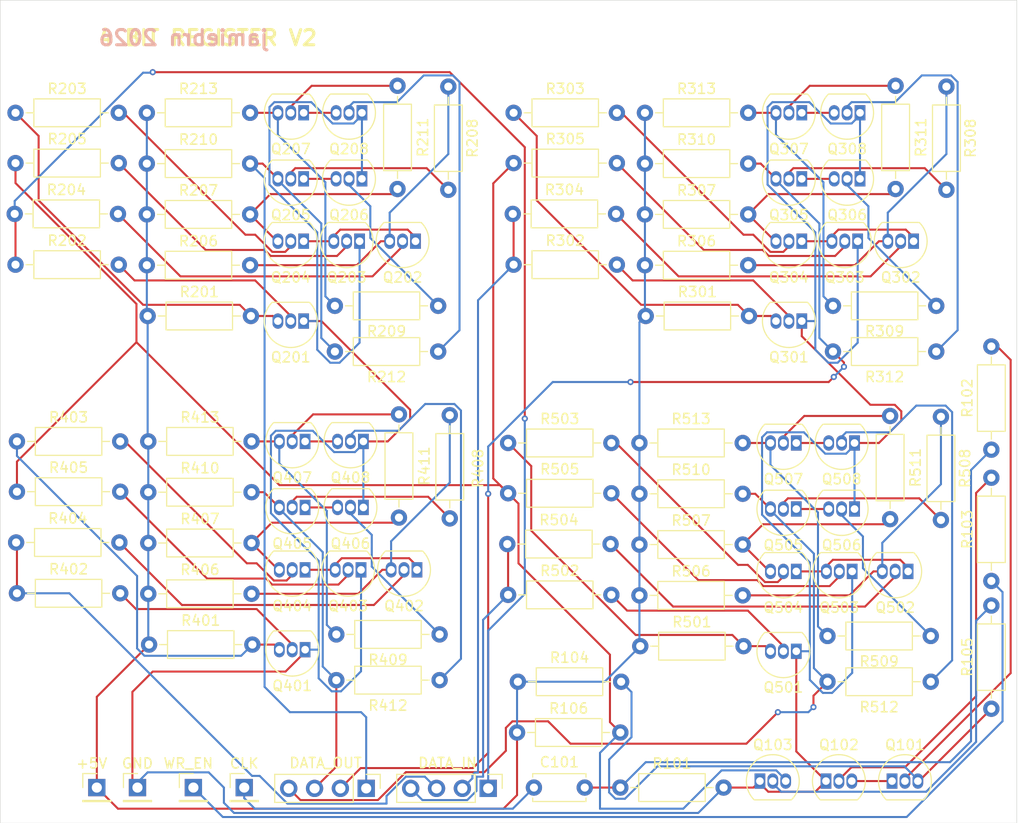
<source format=kicad_pcb>
(kicad_pcb (version 20241229) (generator "pcbnew") (generator_version "9.0")
  (layers (0 "F.Cu" signal) (2 "B.Cu" signal) (13 "F.Paste" user) (15 "B.Paste" user) (5 "F.SilkS" user "F.Silkscreen") (7 "B.SilkS" user "B.Silkscreen") (1 "F.Mask" user) (3 "B.Mask" user) (25 "Edge.Cuts" user))
  (net 0 "")
  (net 1 "Net-(C101-Pad2)")
  (net 2 "Net-(J101-Pin_1)")
  (net 3 "/DFlipFlop3/D")
  (net 4 "/DFlipFlop2/D")
  (net 5 "/DFlipFlop1/D")
  (net 6 "/DFlipFlop/D")
  (net 7 "/DFlipFlop3/Q")
  (net 8 "/DFlipFlop2/Q")
  (net 9 "/DFlipFlop/Q")
  (net 10 "/DFlipFlop1/Q")
  (net 11 "Net-(J102-Pin_1)")
  (net 12 "Net-(Q101-E)")
  (net 13 "Net-(Q101-B)")
  (net 14 "Net-(Q101-C)")
  (net 15 "GND")
  (net 16 "Net-(Q102-B)")
  (net 17 "Net-(Q103-B)")
  (net 18 "Net-(Q201-B)")
  (net 19 "Net-(Q201-C)")
  (net 20 "Net-(Q202-E)")
  (net 21 "Net-(Q202-C)")
  (net 22 "Net-(Q202-B)")
  (net 23 "Net-(Q203-B)")
  (net 24 "Net-(Q204-B)")
  (net 25 "Net-(Q204-C)")
  (net 26 "Net-(Q205-B)")
  (net 27 "Net-(Q205-E)")
  (net 28 "Net-(Q206-B)")
  (net 29 "Net-(Q207-B)")
  (net 30 "Net-(Q207-C)")
  (net 31 "Net-(Q207-E)")
  (net 32 "Net-(Q208-B)")
  (net 33 "Net-(Q301-C)")
  (net 34 "Net-(Q301-B)")
  (net 35 "Net-(Q302-E)")
  (net 36 "Net-(Q302-C)")
  (net 37 "Net-(Q302-B)")
  (net 38 "Net-(Q303-B)")
  (net 39 "Net-(Q304-C)")
  (net 40 "Net-(Q304-B)")
  (net 41 "Net-(Q305-B)")
  (net 42 "Net-(Q305-E)")
  (net 43 "Net-(Q306-B)")
  (net 44 "Net-(Q307-B)")
  (net 45 "Net-(Q307-C)")
  (net 46 "Net-(Q307-E)")
  (net 47 "Net-(Q308-B)")
  (net 48 "Net-(Q401-B)")
  (net 49 "Net-(Q401-C)")
  (net 50 "Net-(Q402-E)")
  (net 51 "Net-(Q402-B)")
  (net 52 "Net-(Q402-C)")
  (net 53 "Net-(Q403-B)")
  (net 54 "Net-(Q404-B)")
  (net 55 "Net-(Q404-C)")
  (net 56 "Net-(Q405-E)")
  (net 57 "Net-(Q405-B)")
  (net 58 "Net-(Q406-B)")
  (net 59 "Net-(Q407-C)")
  (net 60 "Net-(Q407-E)")
  (net 61 "Net-(Q407-B)")
  (net 62 "Net-(Q408-B)")
  (net 63 "Net-(Q501-B)")
  (net 64 "Net-(Q501-C)")
  (net 65 "Net-(Q502-C)")
  (net 66 "Net-(Q502-B)")
  (net 67 "Net-(Q502-E)")
  (net 68 "Net-(Q503-B)")
  (net 69 "Net-(Q504-C)")
  (net 70 "Net-(Q504-B)")
  (net 71 "Net-(Q505-B)")
  (net 72 "Net-(Q505-E)")
  (net 73 "Net-(Q506-B)")
  (net 74 "Net-(Q507-B)")
  (net 75 "Net-(Q507-E)")
  (net 76 "Net-(Q507-C)")
  (net 77 "Net-(Q508-B)")
  (net 78 "WRITE_EN")
  (net 79 "+5V")
  (footprint "Resistor_THT:R_Axial_DIN0207_L6.3mm_D2.5mm_P10.16mm_Horizontal" (layer "F.Cu") (at 77.88 64)
    (property "Reference" "R510")
    (property "Value" "4700")
  )
  (footprint "Resistor_THT:R_Axial_DIN0207_L6.3mm_D2.5mm_P10.16mm_Horizontal" (layer "F.Cu") (at 65.42 36.45)
    (property "Reference" "R304")
    (property "Value" "10000")
  )
  (footprint "Resistor_THT:R_Axial_DIN0207_L6.3mm_D2.5mm_P10.16mm_Horizontal" (layer "F.Cu") (at 76 92.92)
    (property "Reference" "R101")
    (property "Value" "10000")
  )
  (footprint "Resistor_THT:R_Axial_DIN0207_L6.3mm_D2.5mm_P10.16mm_Horizontal" (layer "F.Cu") (at 47.92 45.5)
    (property "Reference" "R209")
    (property "Value" "10000")
  )
  (footprint "Resistor_THT:R_Axial_DIN0207_L6.3mm_D2.5mm_P10.16mm_Horizontal" (layer "F.Cu") (at 64.88 68.95)
    (property "Reference" "R504")
    (property "Value" "10000")
  )
  (footprint "Resistor_THT:R_Axial_DIN0207_L6.3mm_D2.5mm_P10.16mm_Horizontal" (layer "F.Cu") (at 47.92 50)
    (property "Reference" "R212")
    (property "Value" "10000")
  )
  (footprint "Resistor_THT:R_Axial_DIN0207_L6.3mm_D2.5mm_P10.16mm_Horizontal" (layer "F.Cu") (at 64.96 59)
    (property "Reference" "R503")
    (property "Value" "10000")
  )
  (footprint "Package_TO_SOT_THT:TO-92_Inline" (layer "F.Cu") (at 44.992 71.485 180)
    (property "Reference" "Q404")
    (property "Value" "2N3904")
  )
  (footprint "Connector_PinHeader_2.54mm:PinHeader_1x01_P2.54mm_Vertical" (layer "F.Cu") (at 39 92.92)
    (property "Reference" "CLK")
    (property "Value" "CLK")
  )
  (footprint "Package_TO_SOT_THT:TO-92_Inline" (layer "F.Cu") (at 50.58 33 180)
    (property "Reference" "Q206")
    (property "Value" "2N3904")
  )
  (footprint "Resistor_THT:R_Axial_DIN0207_L6.3mm_D2.5mm_P10.16mm_Horizontal" (layer "F.Cu") (at 59.08 23.92 -90)
    (property "Reference" "R208")
    (property "Value" "10000")
  )
  (footprint "Package_TO_SOT_THT:TO-92_Inline" (layer "F.Cu") (at 93.85 33 180)
    (property "Reference" "Q305")
    (property "Value" "2N3904")
  )
  (footprint "Resistor_THT:R_Axial_DIN0207_L6.3mm_D2.5mm_P10.16mm_Horizontal" (layer "F.Cu") (at 29.5 46.5)
    (property "Reference" "R201")
    (property "Value" "4700")
  )
  (footprint "Resistor_THT:R_Axial_DIN0207_L6.3mm_D2.5mm_P10.16mm_Horizontal" (layer "F.Cu") (at 112.5 59.66 90)
    (property "Reference" "R102")
    (property "Value" "10000")
  )
  (footprint "Connector_PinHeader_2.54mm:PinHeader_1x01_P2.54mm_Vertical" (layer "F.Cu") (at 34 92.92)
    (property "Reference" "WR_EN")
    (property "Value" "WRITE_EN")
  )
  (footprint "Package_TO_SOT_THT:TO-92_Inline" (layer "F.Cu") (at 93.31 59 180)
    (property "Reference" "Q507")
    (property "Value" "2N3904")
  )
  (footprint "Resistor_THT:R_Axial_DIN0207_L6.3mm_D2.5mm_P10.16mm_Horizontal" (layer "F.Cu") (at 78.42 36.5)
    (property "Reference" "R307")
    (property "Value" "4700")
  )
  (footprint "Resistor_THT:R_Axial_DIN0207_L6.3mm_D2.5mm_P10.16mm_Horizontal" (layer "F.Cu") (at 29.562 58.845)
    (property "Reference" "R413")
    (property "Value" "4700")
  )
  (footprint "Package_TO_SOT_THT:TO-92_Inline" (layer "F.Cu") (at 99.04 65.5 180)
    (property "Reference" "Q506")
    (property "Value" "2N3904")
  )
  (footprint "Resistor_THT:R_Axial_DIN0207_L6.3mm_D2.5mm_P10.16mm_Horizontal" (layer "F.Cu") (at 48.062 82.345)
    (property "Reference" "R412")
    (property "Value" "10000")
  )
  (footprint "Connector_PinHeader_2.54mm:PinHeader_1x04_P2.54mm_Vertical" (layer "F.Cu") (at 51 93 -90)
    (property "Reference" "DATA_OUT")
    (property "Value" "Conn_01x04_Pin" (hide yes))
  )
  (footprint "Resistor_THT:R_Axial_DIN0207_L6.3mm_D2.5mm_P10.16mm_Horizontal" (layer "F.Cu") (at 54.222 66.345 90)
    (property "Reference" "R411")
    (property "Value" "10000")
  )
  (footprint "MountingHole:MountingHole_3.2mm_M3" (layer "F.Cu") (at 111 92.42)
    (property "Reference" "REF**" (hide yes))
    (property "Value" "MountingHole_3.2mm_M3" (hide yes))
  )
  (footprint "Package_TO_SOT_THT:TO-92_Inline" (layer "F.Cu") (at 44.85 39.14 180)
    (property "Reference" "Q204")
    (property "Value" "2N3904")
  )
  (footprint "Resistor_THT:R_Axial_DIN0207_L6.3mm_D2.5mm_P10.16mm_Horizontal" (layer "F.Cu") (at 16.42 36.45)
    (property "Reference" "R204")
    (property "Value" "10000")
  )
  (footprint "Resistor_THT:R_Axial_DIN0207_L6.3mm_D2.5mm_P10.16mm_Horizontal" (layer "F.Cu") (at 65.5 31.45)
    (property "Reference" "R305")
    (property "Value" "10000")
  )
  (footprint "MountingHole:MountingHole_3.2mm_M3" (layer "F.Cu") (at 111 19.5)
    (property "Reference" "REF**" (hide yes))
    (property "Value" "MountingHole_3.2mm_M3" (hide yes))
  )
  (footprint "Resistor_THT:R_Axial_DIN0207_L6.3mm_D2.5mm_P10.16mm_Horizontal" (layer "F.Cu") (at 78.42 26.5)
    (property "Reference" "R313")
    (property "Value" "4700")
  )
  (footprint "Package_TO_SOT_THT:TO-92_Inline" (layer "F.Cu") (at 102.73 92.28)
    (property "Reference" "Q101")
    (property "Value" "2N3904")
  )
  (footprint "Resistor_THT:R_Axial_DIN0207_L6.3mm_D2.5mm_P10.16mm_Horizontal" (layer "F.Cu") (at 29.42 26.5)
    (property "Reference" "R213")
    (property "Value" "4700")
  )
  (footprint "Resistor_THT:R_Axial_DIN0207_L6.3mm_D2.5mm_P10.16mm_Horizontal" (layer "F.Cu") (at 78.5 46.5)
    (property "Reference" "R301")
    (property "Value" "4700")
  )
  (footprint "Resistor_THT:R_Axial_DIN0207_L6.3mm_D2.5mm_P10.16mm_Horizontal" (layer "F.Cu") (at 29.42 36.5)
    (property "Reference" "R207")
    (property "Value" "4700")
  )
  (footprint "Package_TO_SOT_THT:TO-92_Inline" (layer "F.Cu") (at 50.722 58.845 180)
    (property "Reference" "Q408")
    (property "Value" "2N3904")
  )
  (footprint "Package_TO_SOT_THT:TO-92_Inline" (layer "F.Cu") (at 44.85 26.5 180)
    (property "Reference" "Q207")
    (property "Value" "2N3904")
  )
  (footprint "Capacitor_THT:C_Disc_D5.0mm_W2.5mm_P5.00mm" (layer "F.Cu") (at 67.5 92.92)
    (property "Reference" "C101")
    (property "Value" "10nF")
  )
  (footprint "Resistor_THT:R_Axial_DIN0207_L6.3mm_D2.5mm_P10.16mm_Horizontal" (layer "F.Cu") (at 96.38 78)
    (property "Reference" "R509")
    (property "Value" "10000")
  )
  (footprint "Resistor_THT:R_Axial_DIN0207_L6.3mm_D2.5mm_P10.16mm_Horizontal" (layer "F.Cu") (at 107.54 56.42 -90)
    (property "Reference" "R508")
    (property "Value" "10000")
  )
  (footprint "Resistor_THT:R_Axial_DIN0207_L6.3mm_D2.5mm_P10.16mm_Horizontal" (layer "F.Cu") (at 29.562 73.845)
    (property "Reference" "R406")
    (property "Value" "4700")
  )
  (footprint "Package_TO_SOT_THT:TO-92_Inline" (layer "F.Cu") (at 44.85 33 180)
    (property "Reference" "Q205")
    (property "Value" "2N3904")
  )
  (footprint "Resistor_THT:R_Axial_DIN0207_L6.3mm_D2.5mm_P10.16mm_Horizontal" (layer "F.Cu") (at 29.562 63.845)
    (property "Reference" "R410")
    (property "Value" "4700")
  )
  (footprint "Resistor_THT:R_Axial_DIN0207_L6.3mm_D2.5mm_P10.16mm_Horizontal" (layer "F.Cu") (at 77.88 59)
    (property "Reference" "R513")
    (property "Value" "4700")
  )
  (footprint "Package_TO_SOT_THT:TO-92_Inline" (layer "F.Cu") (at 104.85 39.14 180)
    (property "Reference" "Q302")
    (property "Value" "2N3904")
  )
  (footprint "Resistor_THT:R_Axial_DIN0207_L6.3mm_D2.5mm_P10.16mm_Horizontal" (layer "F.Cu") (at 16.5 31.45)
    (property "Reference" "R205")
    (property "Value" "10000")
  )
  (footprint "Resistor_THT:R_Axial_DIN0207_L6.3mm_D2.5mm_P10.16mm_Horizontal" (layer "F.Cu") (at 48.062 77.845)
    (property "Reference" "R409")
    (property "Value" "10000")
  )
  (footprint "Package_TO_SOT_THT:TO-92_Inline" (layer "F.Cu") (at 99.35 39.14 180)
    (property "Reference" "Q303")
    (property "Value" "2N3904")
  )
  (footprint "Resistor_THT:R_Axial_DIN0207_L6.3mm_D2.5mm_P10.16mm_Horizontal" (layer "F.Cu") (at 77.96 79)
    (property "Reference" "R501")
    (property "Value" "4700")
  )
  (footprint "Resistor_THT:R_Axial_DIN0207_L6.3mm_D2.5mm_P10.16mm_Horizontal" (layer "F.Cu") (at 96.38 82.5)
    (property "Reference" "R512")
    (property "Value" "10000")
  )
  (footprint "Package_TO_SOT_THT:TO-92_Inline" (layer "F.Cu") (at 89.73 92.28)
    (property "Reference" "Q103")
    (property "Value" "2N3904")
  )
  (footprint "MountingHole:MountingHole_3.2mm_M3" (layer "F.Cu") (at 19 19.5)
    (property "Reference" "REF**" (hide yes))
    (property "Value" "MountingHole_3.2mm_M3" (hide yes))
  )
  (footprint "Package_TO_SOT_THT:TO-92_Inline" (layer "F.Cu") (at 44.992 79.345 180)
    (property "Reference" "Q401")
    (property "Value" "2N3904")
  )
  (footprint "Resistor_THT:R_Axial_DIN0207_L6.3mm_D2.5mm_P10.16mm_Horizontal" (layer "F.Cu") (at 108.08 23.92 -90)
    (property "Reference" "R308")
    (property "Value" "10000")
  )
  (footprint "Package_TO_SOT_THT:TO-92_Inline" (layer "F.Cu") (at 50.492 71.485 180)
    (property "Reference" "Q403")
    (property "Value" "2N3904")
  )
  (footprint "Resistor_THT:R_Axial_DIN0207_L6.3mm_D2.5mm_P10.16mm_Horizontal" (layer "F.Cu") (at 65.84 87.5)
    (property "Reference" "R106")
    (property "Value" "4700")
  )
  (footprint "Resistor_THT:R_Axial_DIN0207_L6.3mm_D2.5mm_P10.16mm_Horizontal" (layer "F.Cu") (at 112.5 85.16 90)
    (property "Reference" "R105")
    (property "Value" "10000")
  )
  (footprint "Package_TO_SOT_THT:TO-92_Inline" (layer "F.Cu") (at 50.35 39.14 180)
    (property "Reference" "Q203")
    (property "Value" "2N3904")
  )
  (footprint "Resistor_THT:R_Axial_DIN0207_L6.3mm_D2.5mm_P10.16mm_Horizontal" (layer "F.Cu") (at 96.92 45.5)
    (property "Reference" "R309")
    (property "Value" "10000")
  )
  (footprint "Resistor_THT:R_Axial_DIN0207_L6.3mm_D2.5mm_P10.16mm_Horizontal" (layer "F.Cu") (at 65.5 41.45)
    (property "Reference" "R302")
    (property "Value" "10000")
  )
  (footprint "Resistor_THT:R_Axial_DIN0207_L6.3mm_D2.5mm_P10.16mm_Horizontal" (layer "F.Cu") (at 96.92 50)
    (property "Reference" "R312")
    (property "Value" "10000")
  )
  (footprint "Resistor_THT:R_Axial_DIN0207_L6.3mm_D2.5mm_P10.16mm_Horizontal" (layer "F.Cu") (at 64.96 73.95)
    (property "Reference" "R502")
    (property "Value" "10000")
  )
  (footprint "Resistor_THT:R_Axial_DIN0207_L6.3mm_D2.5mm_P10.16mm_Horizontal" (layer "F.Cu") (at 77.88 74)
    (property "Reference" "R506")
    (property "Value" "4700")
  )
  (footprint "Package_TO_SOT_THT:TO-92_Inline" (layer "F.Cu") (at 93.85 26.5 180)
    (property "Reference" "Q307")
    (property "Value" "2N3904")
  )
  (footprint "Resistor_THT:R_Axial_DIN0207_L6.3mm_D2.5mm_P10.16mm_Horizontal" (layer "F.Cu") (at 16.562 68.795)
    (property "Reference" "R404")
    (property "Value" "10000")
  )
  (footprint "Package_TO_SOT_THT:TO-92_Inline" (layer "F.Cu") (at 44.85 47 180)
    (property "Reference" "Q201")
    (property "Value" "2N3904")
  )
  (footprint "Package_TO_SOT_THT:TO-92_Inline" (layer "F.Cu") (at 99.58 33 180)
    (property "Reference" "Q306")
    (property "Value" "2N3904")
  )
  (footprint "Connector_PinHeader_2.54mm:PinHeader_1x01_P2.54mm_Vertical" (layer "F.Cu") (at 28.5 92.92)
    (property "Reference" "GND")
    (property "Value" "CLK" (hide yes))
  )
  (footprint "Resistor_THT:R_Axial_DIN0207_L6.3mm_D2.5mm_P10.16mm_Horizontal" (layer "F.Cu") (at 102.54 66.5 90)
    (property "Reference" "R511")
    (property "Value" "10000")
  )
  (footprint "Package_TO_SOT_THT:TO-92_Inline" (layer "F.Cu") (at 93.31 65.5 180)
    (property "Reference" "Q505")
    (property "Value" "2N3904")
  )
  (footprint "Connector_PinHeader_2.54mm:PinHeader_1x04_P2.54mm_Vertical" (layer "F.Cu") (at 63 93 -90)
    (property "Reference" "DATA_IN")
    (property "Value" "Conn_01x04_Pin" (hide yes))
  )
  (footprint "MountingHole:MountingHole_3.2mm_M3" (layer "F.Cu") (at 19 92.42)
    (property "Reference" "REF**" (hide yes))
    (property "Value" "MountingHole_3.2mm_M3" (hide yes))
  )
  (footprint "Package_TO_SOT_THT:TO-92_Inline" (layer "F.Cu") (at 99.58 26.5 180)
    (property "Reference" "Q308")
    (property "Value" "2N3904")
  )
  (footprint "Package_TO_SOT_THT:TO-92_Inline" (layer "F.Cu") (at 96.23 92.28)
    (property "Reference" "Q102")
    (property "Value" "2N3904")
  )
  (footprint "Resistor_THT:R_Axial_DIN0207_L6.3mm_D2.5mm_P10.16mm_Horizontal" (layer "F.Cu") (at 29.42 41.5)
    (property "Reference" "R206")
    (property "Value" "4700")
  )
  (footprint "Package_TO_SOT_THT:TO-92_Inline" (layer "F.Cu") (at 50.722 65.345 180)
    (property "Reference" "Q406")
    (property "Value" "2N3904")
  )
  (footprint "Resistor_THT:R_Axial_DIN0207_L6.3mm_D2.5mm_P10.16mm_Horizontal" (layer "F.Cu") (at 16.642 58.845)
    (property "Reference" "R403")
    (property "Value" "10000")
  )
  (footprint "Package_TO_SOT_THT:TO-92_Inline" (layer "F.Cu") (at 99.04 59 180)
    (property "Reference" "Q508")
    (property "Value" "2N3904")
  )
  (footprint "Package_TO_SOT_THT:TO-92_Inline" (layer "F.Cu") (at 98.81 71.64 180)
    (property "Reference" "Q503")
    (property "Value" "2N3904")
  )
  (footprint "Resistor_THT:R_Axial_DIN0207_L6.3mm_D2.5mm_P10.16mm_Horizontal" (layer "F.Cu") (at 29.562 68.845)
    (property "Reference" "R407")
    (property "Value" "4700")
  )
  (footprint "Package_TO_SOT_THT:TO-92_Inline" (layer "F.Cu") (at 55.992 71.485 180)
    (property "Reference" "Q402")
    (property "Value" "2N3904")
  )
  (footprint "Package_TO_SOT_THT:TO-92_Inline" (layer "F.Cu") (at 104.31 71.64 180)
    (property "Reference" "Q502")
    (property "Value" "2N3904")
  )
  (footprint "Package_TO_SOT_THT:TO-92_Inline" (layer "F.Cu") (at 44.992 58.845 180)
    (property "Reference" "Q407")
    (property "Value" "2N3904")
  )
  (footprint "Package_TO_SOT_THT:TO-92_Inline" (layer "F.Cu") (at 93.85 47 180)
    (property "Reference" "Q301")
    (property "Value" "2N3904")
  )
  (footprint "Package_TO_SOT_THT:TO-92_Inline" (layer "F.Cu") (at 55.85 39.14 180)
    (property "Reference" "Q202")
    (property "Value" "2N3904")
  )
  (footprint "Resistor_THT:R_Axial_DIN0207_L6.3mm_D2.5mm_P10.16mm_Horizontal" (layer "F.Cu") (at 65.5 26.5)
    (property "Reference" "R303")
    (property "Value" "10000")
  )
  (footprint "Resistor_THT:R_Axial_DIN0207_L6.3mm_D2.5mm_P10.16mm_Horizontal" (layer "F.Cu") (at 112.5 72.58 90)
    (property "Reference" "R103")
    (property "Value" "10000")
  )
  (footprint "Resistor_THT:R_Axial_DIN0207_L6.3mm_D2.5mm_P10.16mm_Horizontal" (layer "F.Cu") (at 78.42 41.5)
    (property "Reference" "R306")
    (property "Value" "4700")
  )
  (footprint "Resistor_THT:R_Axial_DIN0207_L6.3mm_D2.5mm_P10.16mm_Horizontal" (layer "F.Cu") (at 16.5 41.45)
    (property "Reference" "R202")
    (property "Value" "10000")
  )
  (footprint "Resistor_THT:R_Axial_DIN0207_L6.3mm_D2.5mm_P10.16mm_Horizontal" (layer "F.Cu") (at 16.5 26.5)
    (property "Reference" "R203")
    (property "Value" "10000")
  )
  (footprint "Package_TO_SOT_THT:TO-92_Inline" (layer "F.Cu") (at 50.58 26.5 180)
    (property "Reference" "Q208")
    (property "Value" "2N3904")
  )
  (footprint "Resistor_THT:R_Axial_DIN0207_L6.3mm_D2.5mm_P10.16mm_Horizontal" (layer "F.Cu") (at 103.08 34 90)
    (property "Reference" "R311")
    (property "Value" "10000")
  )
  (footprint "Connector_PinHeader_2.54mm:PinHeader_1x01_P2.54mm_Vertical" (layer "F.Cu") (at 24.5 92.92)
    (property "Reference" "+5V")
    (property "Value" "WRITE_EN" (hide yes))
  )
  (footprint "Resistor_THT:R_Axial_DIN0207_L6.3mm_D2.5mm_P10.16mm_Horizontal" (layer "F.Cu") (at 64.96 63.95)
    (property "Reference" "R505")
    (property "Value" "10000")
  )
  (footprint "Resistor_THT:R_Axial_DIN0207_L6.3mm_D2.5mm_P10.16mm_Horizontal" (layer "F.Cu") (at 29.642 78.845)
    (property "Reference" "R401")
    (property "Value" "4700")
  )
  (footprint "Package_TO_SOT_THT:TO-92_Inline" (layer "F.Cu") (at 93.31 71.64 180)
    (property "Reference" "Q504")
    (property "Value" "2N3904")
  )
  (footprint "Resistor_THT:R_Axial_DIN0207_L6.3mm_D2.5mm_P10.16mm_Horizontal" (layer "F.Cu") (at 65.92 82.5)
    (property "Reference" "R104")
    (property "Value" "4700")
  )
  (footprint "Resistor_THT:R_Axial_DIN0207_L6.3mm_D2.5mm_P10.16mm_Horizontal" (layer "F.Cu") (at 77.88 69)
    (property "Reference" "R507")
    (property "Value" "4700")
  )
  (footprint "Resistor_THT:R_Axial_DIN0207_L6.3mm_D2.5mm_P10.16mm_Horizontal" (layer "F.Cu") (at 54.08 34 90)
    (property "Reference" "R211")
    (property "Value" "10000")
  )
  (footprint "Resistor_THT:R_Axial_DIN0207_L6.3mm_D2.5mm_P10.16mm_Horizontal" (layer "F.Cu") (at 59.222 56.265 -90)
    (property "Reference" "R408")
    (property "Value" "10000")
  )
  (footprint "Package_TO_SOT_THT:TO-92_Inline" (layer "F.Cu") (at 93.31 79.5 180)
    (property "Reference" "Q501")
    (property "Value" "2N3904")
  )
  (footprint "Resistor_THT:R_Axial_DIN0207_L6.3mm_D2.5mm_P10.16mm_Horizontal" (layer "F.Cu") (at 78.42 31.5)
    (property "Reference" "R310")
    (property "Value" "4700")
  )
  (footprint "Package_TO_SOT_THT:TO-92_Inline" (layer "F.Cu") (at 44.992 65.345 180)
    (property "Reference" "Q405")
    (property "Value" "2N3904")
  )
  (footprint "Package_TO_SOT_THT:TO-92_Inline" (layer "F.Cu") (at 93.85 39.14 180)
    (property "Reference" "Q304")
    (property "Value" "2N3904")
  )
  (footprint "Resistor_THT:R_Axial_DIN0207_L6.3mm_D2.5mm_P10.16mm_Horizontal" (layer "F.Cu") (at 29.42 31.5)
    (property "Reference" "R210")
    (property "Value" "4700")
  )
  (footprint "Resistor_THT:R_Axial_DIN0207_L6.3mm_D2.5mm_P10.16mm_Horizontal" (layer "F.Cu") (at 16.642 73.795)
    (property "Reference" "R402")
    (property "Value" "10000")
  )
  (footprint "Resistor_THT:R_Axial_DIN0207_L6.3mm_D2.5mm_P10.16mm_Horizontal" (layer "F.Cu") (at 16.642 63.795)
    (property "Reference" "R405")
    (property "Value" "10000")
  )
  (gr_rect (start 15 15.42) (end 115 96.42) (stroke (width 0.05)) (fill no) (layer "Edge.Cuts"))
  (gr_text "4 BIT REGISTER V2" (at 24.5 20 0) (layer "F.SilkS") (effects (font (size 1.5 1.5) (thickness 0.3) (bold yes)) (justify left bottom)))
  (gr_text "jamiebrn 2026" (at 41.5 20 0) (layer "B.SilkS") (effects (font (size 1.5 1.5) (thickness 0.3) (bold yes)) (justify left bottom mirror)))
  (segment (start 72.5 92.92) (end 76 92.92) (width 0.2) (layer "F.Cu") (net 1))
  (segment (start 110.5 88.3529) (end 108.4329 90.42) (width 0.2) (layer "B.Cu") (net 1))
  (segment (start 112.5 59.66) (end 110.5 61.66) (width 0.2) (layer "B.Cu") (net 1))
  (segment (start 78.5 90.42) (end 76 92.92) (width 0.2) (layer "B.Cu") (net 1))
  (segment (start 110.5 61.66) (end 110.5 88.3529) (width 0.2) (layer "B.Cu") (net 1))
  (segment (start 108.4329 90.42) (end 78.5 90.42) (width 0.2) (layer "B.Cu") (net 1))
  (segment (start 68 92.92) (end 68 93.42) (width 0.2) (layer "F.Cu") (net 2))
  (segment (start 67.5 92.92) (end 65.42 95) (width 0.2) (layer "B.Cu") (net 2))
  (segment (start 39 93.96) (end 39 92.92) (width 0.2) (layer "B.Cu") (net 2))
  (segment (start 40.04 95) (end 39 93.96) (width 0.2) (layer "B.Cu") (net 2))
  (segment (start 65.42 95) (end 40.04 95) (width 0.2) (layer "B.Cu") (net 2))
  (segment (start 64.96 73.95) (end 64.96 69.03) (width 0.2) (layer "F.Cu") (net 3))
  (segment (start 61.849 91.849) (end 62.5 91.849) (width 0.2) (layer "B.Cu") (net 3))
  (segment (start 56.531 94.151) (end 60.93676 94.151) (width 0.2) (layer "B.Cu") (net 3))
  (segment (start 60.93676 94.151) (end 61.849 93.23876) (width 0.2) (layer "B.Cu") (net 3))
  (segment (start 61.849 93.23876) (end 61.849 91.849) (width 0.2) (layer "B.Cu") (net 3))
  (segment (start 62.5 76.41) (end 64.96 73.95) (width 0.2) (layer "B.Cu") (net 3))
  (segment (start 62.5 91.849) (end 62.5 76.41) (width 0.2) (layer "B.Cu") (net 3))
  (segment (start 55.38 93) (end 56.531 94.151) (width 0.2) (layer "B.Cu") (net 3))
  (segment (start 16.642 73.795) (end 16.642 68.875) (width 0.2) (layer "F.Cu") (net 4))
  (segment (start 16.642 68.875) (end 16.562 68.795) (width 0.2) (layer "F.Cu") (net 4))
  (segment (start 40.52124 91.769) (end 39.769 91.769) (width 0.2) (layer "B.Cu") (net 4))
  (segment (start 53 94.5) (end 43.25224 94.5) (width 0.2) (layer "B.Cu") (net 4))
  (segment (start 56.769 91.849) (end 54.90324 91.849) (width 0.2) (layer "B.Cu") (net 4))
  (segment (start 39.769 91.769) (end 21.795 73.795) (width 0.2) (layer "B.Cu") (net 4))
  (segment (start 54.90324 91.849) (end 53 93.75224) (width 0.2) (layer "B.Cu") (net 4))
  (segment (start 43.25224 94.5) (end 40.52124 91.769) (width 0.2) (layer "B.Cu") (net 4))
  (segment (start 21.795 73.795) (end 16.642 73.795) (width 0.2) (layer "B.Cu") (net 4))
  (segment (start 53 93.75224) (end 53 94.5) (width 0.2) (layer "B.Cu") (net 4))
  (segment (start 57.92 93) (end 56.769 91.849) (width 0.2) (layer "B.Cu") (net 4))
  (segment (start 65.5 36.53) (end 65.42 36.45) (width 0.2) (layer "F.Cu") (net 5))
  (segment (start 65.5 41.45) (end 65.5 36.53) (width 0.2) (layer "F.Cu") (net 5))
  (segment (start 61.448 92.012) (end 61.448 91.6829) (width 0.2) (layer "B.Cu") (net 5))
  (segment (start 60.46 93) (end 61.448 92.012) (width 0.2) (layer "B.Cu") (net 5))
  (segment (start 61.448 91.6829) (end 61.6829 91.448) (width 0.2) (layer "B.Cu") (net 5))
  (segment (start 61.6829 91.448) (end 62 91.448) (width 0.2) (layer "B.Cu") (net 5))
  (segment (start 62 44.95) (end 65.5 41.45) (width 0.2) (layer "B.Cu") (net 5))
  (segment (start 62 91.448) (end 62 44.95) (width 0.2) (layer "B.Cu") (net 5))
  (segment (start 16.5 36.53) (end 16.42 36.45) (width 0.2) (layer "F.Cu") (net 6))
  (segment (start 66.601 56.601) (end 66.601 29.88395) (width 0.2) (layer "F.Cu") (net 6))
  (segment (start 16.5 41.45) (end 16.5 36.53) (width 0.2) (layer "F.Cu") (net 6))
  (segment (start 66.601 29.88395) (end 59.21705 22.5) (width 0.2) (layer "F.Cu") (net 6))
  (segment (start 59.21705 22.5) (end 30 22.5) (width 0.2) (layer "F.Cu") (net 6))
  (via (at 30 22.5) (size 0.6) (drill 0.3) (layers "F.Cu" "B.Cu") (net 6))
  (via (at 66.601 56.601) (size 0.6) (drill 0.3) (layers "F.Cu" "B.Cu") (net 6))
  (segment (start 29.051475 22.551475) (end 16.42 35.18295) (width 0.2) (layer "B.Cu") (net 6))
  (segment (start 29.051475 22.551475) (end 29.948525 22.551475) (width 0.2) (layer "B.Cu") (net 6))
  (segment (start 63 77.46705) (end 63 93) (width 0.2) (layer "B.Cu") (net 6))
  (segment (start 16.42 35.18295) (end 16.42 36.45) (width 0.2) (layer "B.Cu") (net 6))
  (segment (start 66.601 73.86605) (end 63 77.46705) (width 0.2) (layer "B.Cu") (net 6))
  (segment (start 66.601 56.601) (end 66.601 73.86605) (width 0.2) (layer "B.Cu") (net 6))
  (segment (start 29.948525 22.551475) (end 30 22.5) (width 0.2) (layer "B.Cu") (net 6))
  (segment (start 88.399 88.601) (end 91.5 85.5) (width 0.2) (layer "F.Cu") (net 7))
  (segment (start 95 83.88) (end 96.38 82.5) (width 0.2) (layer "F.Cu") (net 7))
  (segment (start 64.739 89.301) (end 64.739 87.04395) (width 0.2) (layer "F.Cu") (net 7))
  (segment (start 52.151 94.151) (end 54.901 91.401) (width 0.2) (layer "F.Cu") (net 7))
  (segment (start 68.899 86.399) (end 69 86.5) (width 0.2) (layer "F.Cu") (net 7))
  (segment (start 95 85) (end 95 83.88) (width 0.2) (layer "F.Cu") (net 7))
  (segment (start 71.101 88.601) (end 88.399 88.601) (width 0.2) (layer "F.Cu") (net 7))
  (segment (start 43.38 93) (end 44.531 94.151) (width 0.2) (layer "F.Cu") (net 7))
  (segment (start 44.531 94.151) (end 52.151 94.151) (width 0.2) (layer "F.Cu") (net 7))
  (segment (start 88.04 64) (end 89.27 64) (width 0.2) (layer "F.Cu") (net 7))
  (segment (start 89.27 64) (end 90.77 65.5) (width 0.2) (layer "F.Cu") (net 7))
  (segment (start 64.739 87.04395) (end 65.38395 86.399) (width 0.2) (layer "F.Cu") (net 7))
  (segment (start 65.38395 86.399) (end 68.899 86.399) (width 0.2) (layer "F.Cu") (net 7))
  (segment (start 62.639 91.401) (end 64.739 89.301) (width 0.2) (layer "F.Cu") (net 7))
  (segment (start 69 86.5) (end 71.101 88.601) (width 0.2) (layer "F.Cu") (net 7))
  (segment (start 54.901 91.401) (end 62.639 91.401) (width 0.2) (layer "F.Cu") (net 7))
  (via (at 91.5 85.5) (size 0.6) (drill 0.3) (layers "F.Cu" "B.Cu") (net 7))
  (via (at 95 85) (size 0.6) (drill 0.3) (layers "F.Cu" "B.Cu") (net 7))
  (segment (start 95.043 81.163) (end 95.043 69.89614) (width 0.2) (layer "B.Cu") (net 7))
  (segment (start 96.38 82.5) (end 95.043 81.163) (width 0.2) (layer "B.Cu") (net 7))
  (segment (start 90.77 65.62314) (end 90.77 65.5) (width 0.2) (layer "B.Cu") (net 7))
  (segment (start 94.5 85.5) (end 95 85) (width 0.2) (layer "B.Cu") (net 7))
  (segment (start 91.5 85.5) (end 94.5 85.5) (width 0.2) (layer "B.Cu") (net 7))
  (segment (start 95.043 69.89614) (end 90.77 65.62314) (width 0.2) (layer "B.Cu") (net 7))
  (segment (start 45.92 93) (end 48.062 90.858) (width 0.2) (layer "F.Cu") (net 8))
  (segment (start 39.722 63.845) (end 40.952 63.845) (width 0.2) (layer "F.Cu") (net 8))
  (segment (start 48.062 90.858) (end 48.062 82.345) (width 0.2) (layer "F.Cu") (net 8))
  (segment (start 40.952 63.845) (end 42.452 65.345) (width 0.2) (layer "F.Cu") (net 8))
  (segment (start 46.725 69.74114) (end 42.452 65.46814) (width 0.2) (layer "B.Cu") (net 8))
  (segment (start 48.062 82.345) (end 46.725 81.008) (width 0.2) (layer "B.Cu") (net 8))
  (segment (start 42.452 65.46814) (end 42.452 65.345) (width 0.2) (layer "B.Cu") (net 8))
  (segment (start 46.725 81.008) (end 46.725 69.74114) (width 0.2) (layer "B.Cu") (net 8))
  (segment (start 40.81 31.5) (end 42.31 33) (width 0.2) (layer "F.Cu") (net 9))
  (segment (start 39.58 31.5) (end 40.81 31.5) (width 0.2) (layer "F.Cu") (net 9))
  (segment (start 51 86) (end 51 93) (width 0.2) (layer "B.Cu") (net 9))
  (segment (start 41.002 32.922) (end 39.58 31.5) (width 0.2) (layer "B.Cu") (net 9))
  (segment (start 47.92 50) (end 46.583 48.663) (width 0.2) (layer "B.Cu") (net 9))
  (segment (start 43.5 85.5) (end 41.002 83.002) (width 0.2) (layer "B.Cu") (net 9))
  (segment (start 46.583 37.39614) (end 42.31 33.12314) (width 0.2) (layer "B.Cu") (net 9))
  (segment (start 46.583 48.663) (end 46.583 37.39614) (width 0.2) (layer "B.Cu") (net 9))
  (segment (start 42.31 33.12314) (end 42.31 33) (width 0.2) (layer "B.Cu") (net 9))
  (segment (start 41.002 83.002) (end 41.002 32.922) (width 0.2) (layer "B.Cu") (net 9))
  (segment (start 50.5 85.5) (end 43.5 85.5) (width 0.2) (layer "B.Cu") (net 9))
  (segment (start 50.5 85.5) (end 51 86) (width 0.2) (layer "B.Cu") (net 9))
  (segment (start 61.5 91) (end 63 89.5) (width 0.2) (layer "F.Cu") (net 10))
  (segment (start 48.46 93) (end 50.46 91) (width 0.2) (layer "F.Cu") (net 10))
  (segment (start 88.58 31.5) (end 89.81 31.5) (width 0.2) (layer "F.Cu") (net 10))
  (segment (start 98 51.5) (end 98 51.08) (width 0.2) (layer "F.Cu") (net 10))
  (segment (start 63 89.5) (end 63 64) (width 0.2) (layer "F.Cu") (net 10))
  (segment (start 77 53) (end 96.5 53) (width 0.2) (layer "F.Cu") (net 10))
  (segment (start 96.5 53) (end 97 52.5) (width 0.2) (layer "F.Cu") (net 10))
  (segment (start 98 51.08) (end 96.92 50) (width 0.2) (layer "F.Cu") (net 10))
  (segment (start 89.81 31.5) (end 91.31 33) (width 0.2) (layer "F.Cu") (net 10))
  (segment (start 50.46 91) (end 61.5 91) (width 0.2) (layer "F.Cu") (net 10))
  (via (at 77 53) (size 0.6) (drill 0.3) (layers "F.Cu" "B.Cu") (net 10))
  (via (at 98 51.5) (size 0.6) (drill 0.3) (layers "F.Cu" "B.Cu") (net 10))
  (via (at 97 52.5) (size 0.6) (drill 0.3) (layers "F.Cu" "B.Cu") (net 10))
  (via (at 63 64) (size 0.6) (drill 0.3) (layers "F.Cu" "B.Cu") (net 10))
  (segment (start 63 64) (end 63 59.352057) (width 0.2) (layer "B.Cu") (net 10))
  (segment (start 91.31 33.12314) (end 91.31 33) (width 0.2) (layer "B.Cu") (net 10))
  (segment (start 97 52.5) (end 98 51.5) (width 0.2) (layer "B.Cu") (net 10))
  (segment (start 95.583 48.663) (end 95.583 37.39614) (width 0.2) (layer "B.Cu") (net 10))
  (segment (start 95.583 37.39614) (end 91.31 33.12314) (width 0.2) (layer "B.Cu") (net 10))
  (segment (start 63 59.352057) (end 69.352057 53) (width 0.2) (layer "B.Cu") (net 10))
  (segment (start 96.92 50) (end 95.583 48.663) (width 0.2) (layer "B.Cu") (net 10))
  (segment (start 69.352057 53) (end 77 53) (width 0.2) (layer "B.Cu") (net 10))
  (segment (start 104.1681 95.819) (end 113.601 86.3861) (width 0.2) (layer "B.Cu") (net 11))
  (segment (start 113.601 73.681) (end 112.5 72.58) (width 0.2) (layer "B.Cu") (net 11))
  (segment (start 36.899 95.819) (end 104.1681 95.819) (width 0.2) (layer "B.Cu") (net 11))
  (segment (start 34 92.92) (end 36.899 95.819) (width 0.2) (layer "B.Cu") (net 11))
  (segment (start 113.601 86.3861) (end 113.601 73.681) (width 0.2) (layer "B.Cu") (net 11))
  (segment (start 98.77 92.28) (end 102.73 92.28) (width 0.2) (layer "F.Cu") (net 12))
  (segment (start 113.08 49.5) (end 112.5 49.5) (width 0.2) (layer "F.Cu") (net 13))
  (segment (start 114.399 81.656) (end 114.399 50.819) (width 0.2) (layer "F.Cu") (net 13))
  (segment (start 104 92.055) (end 114.399 81.656) (width 0.2) (layer "F.Cu") (net 13))
  (segment (start 104 92.28) (end 104 92.055) (width 0.2) (layer "F.Cu") (net 13))
  (segment (start 114.399 50.819) (end 113.08 49.5) (width 0.2) (layer "F.Cu") (net 13))
  (segment (start 105.38 92.28) (end 112.5 85.16) (width 0.2) (layer "F.Cu") (net 14))
  (segment (start 105.27 92.28) (end 105.38 92.28) (width 0.2) (layer "F.Cu") (net 14))
  (segment (start 75.521 94.021) (end 74.899 93.399) (width 0.2) (layer "B.Cu") (net 14))
  (segment (start 103.94114 90.828) (end 79.64905 90.828) (width 0.2) (layer "B.Cu") (net 14))
  (segment (start 105.27 92.28) (end 105.27 92.15686) (width 0.2) (layer "B.Cu") (net 14))
  (segment (start 77.101 83.521) (end 76.08 82.5) (width 0.2) (layer "B.Cu") (net 14))
  (segment (start 74.899 90.15805) (end 77.101 87.95605) (width 0.2) (layer "B.Cu") (net 14))
  (segment (start 79.64905 90.828) (end 76.45605 94.021) (width 0.2) (layer "B.Cu") (net 14))
  (segment (start 105.27 92.15686) (end 103.94114 90.828) (width 0.2) (layer "B.Cu") (net 14))
  (segment (start 76.45605 94.021) (end 75.521 94.021) (width 0.2) (layer "B.Cu") (net 14))
  (segment (start 74.899 93.399) (end 74.899 90.15805) (width 0.2) (layer "B.Cu") (net 14))
  (segment (start 77.101 87.95605) (end 77.101 83.521) (width 0.2) (layer "B.Cu") (net 14))
  (segment (start 90.556 93.331) (end 95.179 93.331) (width 0.2) (layer "F.Cu") (net 15))
  (segment (start 93.31 89.36) (end 96.23 92.28) (width 0.2) (layer "F.Cu") (net 15))
  (segment (start 93.85 48.48705) (end 100.60195 55.239) (width 0.2) (layer "F.Cu") (net 15))
  (segment (start 44.992 79.345) (end 44.992 79.57) (width 0.2) (layer "F.Cu") (net 15))
  (segment (start 93.31 79.5) (end 93.31 89.36) (width 0.2) (layer "F.Cu") (net 15))
  (segment (start 44.992 79.57) (end 43.062 81.5) (width 0.2) (layer "F.Cu") (net 15))
  (segment (start 89.73 92.505) (end 90.556 93.331) (width 0.2) (layer "F.Cu") (net 15))
  (segment (start 53.11905 58.845) (end 50.722 58.845) (width 0.2) (layer "F.Cu") (net 15))
  (segment (start 86.16 92.92) (end 89.09 92.92) (width 0.2) (layer "F.Cu") (net 15))
  (segment (start 103.641 56.79605) (end 101.43705 59) (width 0.2) (layer "F.Cu") (net 15))
  (segment (start 89.73 92.28) (end 89.73 92.505) (width 0.2) (layer "F.Cu") (net 15))
  (segment (start 100.60195 55.239) (end 102.99605 55.239) (width 0.2) (layer "F.Cu") (net 15))
  (segment (start 30 81.5) (end 28 83.5) (width 0.2) (layer "F.Cu") (net 15))
  (segment (start 44.85 47) (end 46.59405 47) (width 0.2) (layer "F.Cu") (net 15))
  (segment (start 55.323 55.72895) (end 55.323 56.64105) (width 0.2) (layer "F.Cu") (net 15))
  (segment (start 46.59405 47) (end 55.323 55.72895) (width 0.2) (layer "F.Cu") (net 15))
  (segment (start 102.99605 55.239) (end 103.641 55.88395) (width 0.2) (layer "F.Cu") (net 15))
  (segment (start 101.43705 59) (end 99.04 59) (width 0.2) (layer "F.Cu") (net 15))
  (segment (start 43.062 81.5) (end 30 81.5) (width 0.2) (layer "F.Cu") (net 15))
  (segment (start 28 83.5) (end 28 92.92) (width 0.2) (layer "F.Cu") (net 15))
  (segment (start 89.09 92.92) (end 89.73 92.28) (width 0.2) (layer "F.Cu") (net 15))
  (segment (start 95.179 93.331) (end 96.23 92.28) (width 0.2) (layer "F.Cu") (net 15))
  (segment (start 103.641 55.88395) (end 103.641 56.79605) (width 0.2) (layer "F.Cu") (net 15))
  (segment (start 93.85 47) (end 93.85 48.48705) (width 0.2) (layer "F.Cu") (net 15))
  (segment (start 55.323 56.64105) (end 53.11905 58.845) (width 0.2) (layer "F.Cu") (net 15))
  (segment (start 95.182 47) (end 95.182 38.26514) (width 0.2) (layer "B.Cu") (net 15))
  (segment (start 93.31 79.5) (end 94.642 79.5) (width 0.2) (layer "B.Cu") (net 15))
  (segment (start 44.992 79.345) (end 46.324 79.345) (width 0.2) (layer "B.Cu") (net 15))
  (segment (start 95.182 38.26514) (end 90.484 33.56714) (width 0.2) (layer "B.Cu") (net 15))
  (segment (start 48.37605 51.101) (end 47.46395 51.101) (width 0.2) (layer "B.Cu") (net 15))
  (segment (start 47.83986 59.896) (end 49.896 59.896) (width 0.2) (layer "B.Cu") (net 15))
  (segment (start 46.324 79.345) (end 46.324 70.61014) (width 0.2) (layer "B.Cu") (net 15))
  (segment (start 94.05586 57.949) (end 96.15786 60.051) (width 0.2) (layer "B.Cu") (net 15))
  (segment (start 89.944 66.06714) (end 89.944 58.43286) (width 0.2) (layer "B.Cu") (net 15))
  (segment (start 95.92395 83.601) (end 94.642 82.31905) (width 0.2) (layer "B.Cu") (net 15))
  (segment (start 99.35 49.12705) (end 97.37605 51.101) (width 0.2) (layer "B.Cu") (net 15))
  (segment (start 47.60595 83.446) (end 46.324 82.16405) (width 0.2) (layer "B.Cu") (net 15))
  (segment (start 99.58 26.725) (end 99.58 26.5) (width 0.2) (layer "B.Cu") (net 15))
  (segment (start 94.642 70.76514) (end 89.944 66.06714) (width 0.2) (layer "B.Cu") (net 15))
  (segment (start 50.58 26.725) (end 50.58 26.5) (width 0.2) (layer "B.Cu") (net 15))
  (segment (start 37.998 95.418) (end 83.662 95.418) (width 0.2) (layer "B.Cu") (net 15))
  (segment (start 45.73786 57.794) (end 47.83986 59.896) (width 0.2) (layer "B.Cu") (net 15))
  (segment (start 46.182 47) (end 46.182 38.26514) (width 0.2) (layer "B.Cu") (net 15))
  (segment (start 41.484 33.56714) (end 41.484 25.93286) (width 0.2) (layer "B.Cu") (net 15))
  (segment (start 41.96786 25.449) (end 45.59586 25.449) (width 0.2) (layer "B.Cu") (net 15))
  (segment (start 46.324 82.16405) (end 46.324 79.345) (width 0.2) (layer "B.Cu") (net 15))
  (segment (start 94.59586 25.449) (end 96.69786 27.551) (width 0.2) (layer "B.Cu") (net 15))
  (segment (start 48.51805 83.446) (end 47.60595 83.446) (width 0.2) (layer "B.Cu") (net 15))
  (segment (start 28 92.92) (end 29.5 91.42) (width 0.2) (layer "B.Cu") (net 15))
  (segment (start 90.42786 57.949) (end 94.05586 57.949) (width 0.2) (layer "B.Cu") (net 15))
  (segment (start 96.83605 83.601) (end 95.92395 83.601) (width 0.2) (layer "B.Cu") (net 15))
  (segment (start 37 92.92) (end 37 94.42) (width 0.2) (layer "B.Cu") (net 15))
  (segment (start 47.69786 27.551) (end 49.754 27.551) (width 0.2) (layer "B.Cu") (net 15))
  (segment (start 90.484 33.56714) (end 90.484 25.93286) (width 0.2) (layer "B.Cu") (net 15))
  (segment (start 98.81 71.64) (end 98.81 81.62705) (width 0.2) (layer "B.Cu") (net 15))
  (segment (start 46.182 38.26514) (end 41.484 33.56714) (width 0.2) (layer "B.Cu") (net 15))
  (segment (start 47.46395 51.101) (end 46.182 49.81905) (width 0.2) (layer "B.Cu") (net 15))
  (segment (start 50.35 49.12705) (end 48.37605 51.101) (width 0.2) (layer "B.Cu") (net 15))
  (segment (start 93.85 47) (end 95.182 47) (width 0.2) (layer "B.Cu") (net 15))
  (segment (start 98.81 81.62705) (end 96.83605 83.601) (width 0.2) (layer "B.Cu") (net 15))
  (segment (start 29.5 91.42) (end 35.5 91.42) (width 0.2) (layer "B.Cu") (net 15))
  (segment (start 99.04 59.225) (end 99.04 59) (width 0.2) (layer "B.Cu") (net 15))
  (segment (start 46.324 70.61014) (end 41.626 65.91214) (width 0.2) (layer "B.Cu") (net 15))
  (segment (start 98.214 60.051) (end 99.04 59.225) (width 0.2) (layer "B.Cu") (net 15))
  (segment (start 50.722 58.845) (end 50.722 65.345) (width 0.2) (layer "B.Cu") (net 15))
  (segment (start 99.35 39.14) (end 99.35 49.12705) (width 0.2) (layer "B.Cu") (net 15))
  (segment (start 37 94.42) (end 37.998 95.418) (width 0.2) (layer "B.Cu") (net 15))
  (segment (start 49.896 59.896) (end 50.722 59.07) (width 0.2) (layer "B.Cu") (net 15))
  (segment (start 83.662 95.418) (end 86.16 92.92) (width 0.2) (layer "B.Cu") (net 15))
  (segment (start 96.15786 60.051) (end 98.214 60.051) (width 0.2) (layer "B.Cu") (net 15))
  (segment (start 97.37605 51.101) (end 96.46395 51.101) (width 0.2) (layer "B.Cu") (net 15))
  (segment (start 99.04 59) (end 99.04 65.5) (width 0.2) (layer "B.Cu") (net 15))
  (segment (start 46.182 49.81905) (end 46.182 47) (width 0.2) (layer "B.Cu") (net 15))
  (segment (start 41.626 58.27786) (end 42.10986 57.794) (width 0.2) (layer "B.Cu") (net 15))
  (segment (start 50.35 39.14) (end 50.35 49.12705) (width 0.2) (layer "B.Cu") (net 15))
  (segment (start 90.484 25.93286) (end 90.96786 25.449) (width 0.2) (layer "B.Cu") (net 15))
  (segment (start 89.944 58.43286) (end 90.42786 57.949) (width 0.2) (layer "B.Cu") (net 15))
  (segment (start 41.484 25.93286) (end 41.96786 25.449) (width 0.2) (layer "B.Cu") (net 15))
  (segment (start 44.85 47) (end 46.182 47) (width 0.2) (layer "B.Cu") (net 15))
  (segment (start 98.754 27.551) (end 99.58 26.725) (width 0.2) (layer "B.Cu") (net 15))
  (segment (start 49.754 27.551) (end 50.58 26.725) (width 0.2) (layer "B.Cu") (net 15))
  (segment (start 94.642 82.31905) (end 94.642 79.5) (width 0.2) (layer "B.Cu") (net 15))
  (segment (start 95.182 49.81905) (end 95.182 47) (width 0.2) (layer "B.Cu") (net 15))
  (segment (start 94.642 79.5) (end 94.642 70.76514) (width 0.2) (layer "B.Cu") (net 15))
  (segment (start 96.46395 51.101) (end 95.182 49.81905) (width 0.2) (layer "B.Cu") (net 15))
  (segment (start 50.492 71.485) (end 50.492 81.47205) (width 0.2) (layer "B.Cu") (net 15))
  (segment (start 50.58 26.5) (end 50.58 33) (width 0.2) (layer "B.Cu") (net 15))
  (segment (start 35.5 91.42) (end 37 92.92) (width 0.2) (layer "B.Cu") (net 15))
  (segment (start 45.59586 25.449) (end 47.69786 27.551) (width 0.2) (layer "B.Cu") (net 15))
  (segment (start 96.69786 27.551) (end 98.754 27.551) (width 0.2) (layer "B.Cu") (net 15))
  (segment (start 50.492 81.47205) (end 48.51805 83.446) (width 0.2) (layer "B.Cu") (net 15))
  (segment (start 41.626 65.91214) (end 41.626 58.27786) (width 0.2) (layer "B.Cu") (net 15))
  (segment (start 42.10986 57.794) (end 45.73786 57.794) (width 0.2) (layer "B.Cu") (net 15))
  (segment (start 99.58 26.5) (end 99.58 33) (width 0.2) (layer "B.Cu") (net 15))
  (segment (start 50.722 59.07) (end 50.722 58.845) (width 0.2) (layer "B.Cu") (net 15))
  (segment (start 90.96786 25.449) (end 94.59586 25.449) (width 0.2) (layer "B.Cu") (net 15))
  (segment (start 97.5 92.15686) (end 98.73686 90.92) (width 0.2) (layer "F.Cu") (net 16))
  (segment (start 97.5 92.28) (end 97.5 92.15686) (width 0.2) (layer "F.Cu") (net 16))
  (segment (start 111 83.92) (end 111 63.92) (width 0.2) (layer "F.Cu") (net 16))
  (segment (start 98.73686 90.92) (end 104 90.92) (width 0.2) (layer "F.Cu") (net 16))
  (segment (start 111 63.92) (end 112.5 62.42) (width 0.2) (layer "F.Cu") (net 16))
  (segment (start 104 90.92) (end 111 83.92) (width 0.2) (layer "F.Cu") (net 16))
  (segment (start 91 92.505) (end 91.826 93.331) (width 0.2) (layer "B.Cu") (net 17))
  (segment (start 91.826 93.331) (end 106.089 93.331) (width 0.2) (layer "B.Cu") (net 17))
  (segment (start 111 76.5) (end 112.5 75) (width 0.2) (layer "B.Cu") (net 17))
  (segment (start 91 92.28) (end 91 92.505) (width 0.2) (layer "B.Cu") (net 17))
  (segment (start 106.089 93.331) (end 111 88.42) (width 0.2) (layer "B.Cu") (net 17))
  (segment (start 111 88.42) (end 111 76.5) (width 0.2) (layer "B.Cu") (net 17))
  (segment (start 28.212 43.002) (end 40.082 43.002) (width 0.2) (layer "F.Cu") (net 18))
  (segment (start 26.66 41.45) (end 28.212 43.002) (width 0.2) (layer "F.Cu") (net 18))
  (segment (start 40.082 43.002) (end 43.58 46.5) (width 0.2) (layer "F.Cu") (net 18))
  (segment (start 43.58 46.5) (end 43.58 47) (width 0.2) (layer "F.Cu") (net 18))
  (segment (start 38.559 45.399) (end 39.66 46.5) (width 0.2) (layer "F.Cu") (net 19))
  (segment (start 18.77505 35.1221) (end 29.05195 45.399) (width 0.2) (layer "F.Cu") (net 19))
  (segment (start 18.77505 28.77505) (end 18.77505 35.1221) (width 0.2) (layer "F.Cu") (net 19))
  (segment (start 41.81 46.5) (end 42.31 47) (width 0.2) (layer "F.Cu") (net 19))
  (segment (start 16.5 26.5) (end 18.77505 28.77505) (width 0.2) (layer "F.Cu") (net 19))
  (segment (start 39.66 46.5) (end 41.81 46.5) (width 0.2) (layer "F.Cu") (net 19))
  (segment (start 29.05195 45.399) (end 38.559 45.399) (width 0.2) (layer "F.Cu") (net 19))
  (segment (start 47.81 38.64) (end 48.45 38) (width 0.2) (layer "F.Cu") (net 20))
  (segment (start 55.08 38) (end 55.85 38.77) (width 0.2) (layer "F.Cu") (net 20))
  (segment (start 55.85 38.77) (end 55.85 39.14) (width 0.2) (layer "F.Cu") (net 20))
  (segment (start 48.45 38) (end 55.08 38) (width 0.2) (layer "F.Cu") (net 20))
  (segment (start 44.85 39.14) (end 47.81 39.14) (width 0.2) (layer "F.Cu") (net 20))
  (segment (start 47.81 39.14) (end 47.81 38.64) (width 0.2) (layer "F.Cu") (net 20))
  (segment (start 50.08 41.5) (end 52.44 39.14) (width 0.2) (layer "F.Cu") (net 21))
  (segment (start 39.58 41.5) (end 50.08 41.5) (width 0.2) (layer "F.Cu") (net 21))
  (segment (start 52.44 39.14) (end 53.31 39.14) (width 0.2) (layer "F.Cu") (net 21))
  (segment (start 53.31 36.32705) (end 53.31 39.14) (width 0.2) (layer "B.Cu") (net 21))
  (segment (start 59.08 30.55705) (end 53.31 36.32705) (width 0.2) (layer "B.Cu") (net 21))
  (segment (start 59.08 23.92) (end 59.08 30.55705) (width 0.2) (layer "B.Cu") (net 21))
  (segment (start 51.619 42.601) (end 54.58 39.64) (width 0.2) (layer "F.Cu") (net 22))
  (segment (start 32.731 42.601) (end 51.619 42.601) (width 0.2) (layer "F.Cu") (net 22))
  (segment (start 54.58 39.64) (end 54.58 39.14) (width 0.2) (layer "F.Cu") (net 22))
  (segment (start 26.58 36.45) (end 32.731 42.601) (width 0.2) (layer "F.Cu") (net 22))
  (segment (start 41.6049 40.592) (end 48.128 40.592) (width 0.2) (layer "F.Cu") (net 23))
  (segment (start 48.128 40.592) (end 49.08 39.64) (width 0.2) (layer "F.Cu") (net 23))
  (segment (start 49.08 39.64) (end 49.08 39.14) (width 0.2) (layer "F.Cu") (net 23))
  (segment (start 35.21 40) (end 41.0129 40) (width 0.2) (layer "F.Cu") (net 23))
  (segment (start 26.66 31.45) (end 35.21 40) (width 0.2) (layer "F.Cu") (net 23))
  (segment (start 41.0129 40) (end 41.6049 40.592) (width 0.2) (layer "F.Cu") (net 23))
  (segment (start 43.58 39.64) (end 43.58 39.14) (width 0.2) (layer "F.Cu") (net 24))
  (segment (start 43.029 40.191) (end 43.58 39.64) (width 0.2) (layer "F.Cu") (net 24))
  (segment (start 41.771 40.191) (end 43.029 40.191) (width 0.2) (layer "F.Cu") (net 24))
  (segment (start 26.66 26.5) (end 27.12 26.5) (width 0.2) (layer "F.Cu") (net 24))
  (segment (start 27.12 26.5) (end 39.12 38.5) (width 0.2) (layer "F.Cu") (net 24))
  (segment (start 39.12 38.5) (end 40.08 38.5) (width 0.2) (layer "F.Cu") (net 24))
  (segment (start 40.08 38.5) (end 41.771 40.191) (width 0.2) (layer "F.Cu") (net 24))
  (segment (start 53.58 34.5) (end 41.58 34.5) (width 0.2) (layer "F.Cu") (net 25))
  (segment (start 42.22 39.14) (end 42.31 39.14) (width 0.2) (layer "F.Cu") (net 25))
  (segment (start 54.08 34) (end 53.58 34.5) (width 0.2) (layer "F.Cu") (net 25))
  (segment (start 41.58 34.5) (end 39.58 36.5) (width 0.2) (layer "F.Cu") (net 25))
  (segment (start 39.58 36.5) (end 42.22 39.14) (width 0.2) (layer "F.Cu") (net 25))
  (segment (start 43.58 32.393) (end 43.58 33) (width 0.2) (layer "F.Cu") (net 26))
  (segment (start 59.08 34.08) (end 56.949 31.949) (width 0.2) (layer "F.Cu") (net 26))
  (segment (start 44.024 31.949) (end 43.58 32.393) (width 0.2) (layer "F.Cu") (net 26))
  (segment (start 56.949 31.949) (end 44.024 31.949) (width 0.2) (layer "F.Cu") (net 26))
  (segment (start 44.85 33) (end 48.04 33) (width 0.2) (layer "F.Cu") (net 27))
  (segment (start 51.406 35.703) (end 49.31 33.607) (width 0.2) (layer "B.Cu") (net 28))
  (segment (start 49.31 33.607) (end 49.31 33) (width 0.2) (layer "B.Cu") (net 28))
  (segment (start 51.406 38.826) (end 51.406 35.703) (width 0.2) (layer "B.Cu") (net 28))
  (segment (start 58.08 45.5) (end 51.406 38.826) (width 0.2) (layer "B.Cu") (net 28))
  (segment (start 54.08 23.84) (end 45.633 23.84) (width 0.2) (layer "F.Cu") (net 29))
  (segment (start 43.58 25.893) (end 43.58 26.5) (width 0.2) (layer "F.Cu") (net 29))
  (segment (start 45.633 23.84) (end 43.58 25.893) (width 0.2) (layer "F.Cu") (net 29))
  (segment (start 39.58 26.5) (end 42.31 26.5) (width 0.2) (layer "F.Cu") (net 30))
  (segment (start 42.31 28.66314) (end 46.984 33.33714) (width 0.2) (layer "B.Cu") (net 30))
  (segment (start 46.984 44.564) (end 47.92 45.5) (width 0.2) (layer "B.Cu") (net 30))
  (segment (start 42.31 26.5) (end 42.31 28.66314) (width 0.2) (layer "B.Cu") (net 30))
  (segment (start 46.984 33.33714) (end 46.984 44.564) (width 0.2) (layer "B.Cu") (net 30))
  (segment (start 44.85 26.5) (end 48.04 26.5) (width 0.2) (layer "F.Cu") (net 31))
  (segment (start 49.31 25.893) (end 49.31 26.5) (width 0.2) (layer "B.Cu") (net 32))
  (segment (start 58.08 50) (end 60.181 47.899) (width 0.2) (layer "B.Cu") (net 32))
  (segment (start 49.754 25.449) (end 49.31 25.893) (width 0.2) (layer "B.Cu") (net 32))
  (segment (start 56.65805 22.819) (end 54.02805 25.449) (width 0.2) (layer "B.Cu") (net 32))
  (segment (start 59.53605 22.819) (end 56.65805 22.819) (width 0.2) (layer "B.Cu") (net 32))
  (segment (start 54.02805 25.449) (end 49.754 25.449) (width 0.2) (layer "B.Cu") (net 32))
  (segment (start 60.181 47.899) (end 60.181 23.46395) (width 0.2) (layer "B.Cu") (net 32))
  (segment (start 60.181 23.46395) (end 59.53605 22.819) (width 0.2) (layer "B.Cu") (net 32))
  (segment (start 88.66 46.5) (end 90.81 46.5) (width 0.2) (layer "F.Cu") (net 33))
  (segment (start 90.81 46.5) (end 91.31 47) (width 0.2) (layer "F.Cu") (net 33))
  (segment (start 67.77505 28.77505) (end 67.77505 35.1221) (width 0.2) (layer "F.Cu") (net 33))
  (segment (start 87.559 45.399) (end 88.66 46.5) (width 0.2) (layer "F.Cu") (net 33))
  (segment (start 67.77505 35.1221) (end 78.05195 45.399) (width 0.2) (layer "F.Cu") (net 33))
  (segment (start 78.05195 45.399) (end 87.559 45.399) (width 0.2) (layer "F.Cu") (net 33))
  (segment (start 65.5 26.5) (end 67.77505 28.77505) (width 0.2) (layer "F.Cu") (net 33))
  (segment (start 89.082 43.002) (end 92.58 46.5) (width 0.2) (layer "F.Cu") (net 34))
  (segment (start 92.58 46.5) (end 92.58 47) (width 0.2) (layer "F.Cu") (net 34))
  (segment (start 77.212 43.002) (end 89.082 43.002) (width 0.2) (layer "F.Cu") (net 34))
  (segment (start 75.66 41.45) (end 77.212 43.002) (width 0.2) (layer "F.Cu") (net 34))
  (segment (start 104.85 38.77) (end 104.85 39.14) (width 0.2) (layer "F.Cu") (net 35))
  (segment (start 93.85 39.14) (end 96.81 39.14) (width 0.2) (layer "F.Cu") (net 35))
  (segment (start 96.81 38.64) (end 97.45 38) (width 0.2) (layer "F.Cu") (net 35))
  (segment (start 104.08 38) (end 104.85 38.77) (width 0.2) (layer "F.Cu") (net 35))
  (segment (start 97.45 38) (end 104.08 38) (width 0.2) (layer "F.Cu") (net 35))
  (segment (start 96.81 39.14) (end 96.81 38.64) (width 0.2) (layer "F.Cu") (net 35))
  (segment (start 99.08 41.5) (end 101.44 39.14) (width 0.2) (layer "F.Cu") (net 36))
  (segment (start 101.44 39.14) (end 102.31 39.14) (width 0.2) (layer "F.Cu") (net 36))
  (segment (start 88.58 41.5) (end 99.08 41.5) (width 0.2) (layer "F.Cu") (net 36))
  (segment (start 108.08 30.55705) (end 102.31 36.32705) (width 0.2) (layer "B.Cu") (net 36))
  (segment (start 102.31 36.32705) (end 102.31 39.14) (width 0.2) (layer "B.Cu") (net 36))
  (segment (start 108.08 23.92) (end 108.08 30.55705) (width 0.2) (layer "B.Cu") (net 36))
  (segment (start 100.619 42.601) (end 103.58 39.64) (width 0.2) (layer "F.Cu") (net 37))
  (segment (start 75.58 36.45) (end 81.731 42.601) (width 0.2) (layer "F.Cu") (net 37))
  (segment (start 103.58 39.64) (end 103.58 39.14) (width 0.2) (layer "F.Cu") (net 37))
  (segment (start 81.731 42.601) (end 100.619 42.601) (width 0.2) (layer "F.Cu") (net 37))
  (segment (start 98.08 39.64) (end 98.08 39.14) (width 0.2) (layer "F.Cu") (net 38))
  (segment (start 90.0129 40) (end 90.6049 40.592) (width 0.2) (layer "F.Cu") (net 38))
  (segment (start 97.128 40.592) (end 98.08 39.64) (width 0.2) (layer "F.Cu") (net 38))
  (segment (start 75.66 31.45) (end 84.21 40) (width 0.2) (layer "F.Cu") (net 38))
  (segment (start 90.6049 40.592) (end 97.128 40.592) (width 0.2) (layer "F.Cu") (net 38))
  (segment (start 84.21 40) (end 90.0129 40) (width 0.2) (layer "F.Cu") (net 38))
  (segment (start 90.58 34.5) (end 88.58 36.5) (width 0.2) (layer "F.Cu") (net 39))
  (segment (start 103.08 34) (end 102.58 34.5) (width 0.2) (layer "F.Cu") (net 39))
  (segment (start 91.22 39.14) (end 91.31 39.14) (width 0.2) (layer "F.Cu") (net 39))
  (segment (start 102.58 34.5) (end 90.58 34.5) (width 0.2) (layer "F.Cu") (net 39))
  (segment (start 88.58 36.5) (end 91.22 39.14) (width 0.2) (layer "F.Cu") (net 39))
  (segment (start 92.029 40.191) (end 92.58 39.64) (width 0.2) (layer "F.Cu") (net 40))
  (segment (start 88.12 38.5) (end 89.08 38.5) (width 0.2) (layer "F.Cu") (net 40))
  (segment (start 75.66 26.5) (end 76.12 26.5) (width 0.2) (layer "F.Cu") (net 40))
  (segment (start 92.58 39.64) (end 92.58 39.14) (width 0.2) (layer "F.Cu") (net 40))
  (segment (start 76.12 26.5) (end 88.12 38.5) (width 0.2) (layer "F.Cu") (net 40))
  (segment (start 90.771 40.191) (end 92.029 40.191) (width 0.2) (layer "F.Cu") (net 40))
  (segment (start 89.08 38.5) (end 90.771 40.191) (width 0.2) (layer "F.Cu") (net 40))
  (segment (start 105.949 31.949) (end 93.024 31.949) (width 0.2) (layer "F.Cu") (net 41))
  (segment (start 92.58 32.393) (end 92.58 33) (width 0.2) (layer "F.Cu") (net 41))
  (segment (start 93.024 31.949) (end 92.58 32.393) (width 0.2) (layer "F.Cu") (net 41))
  (segment (start 108.08 34.08) (end 105.949 31.949) (width 0.2) (layer "F.Cu") (net 41))
  (segment (start 93.85 33) (end 97.04 33) (width 0.2) (layer "F.Cu") (net 42))
  (segment (start 100.406 35.703) (end 98.31 33.607) (width 0.2) (layer "B.Cu") (net 43))
  (segment (start 107.08 45.5) (end 100.406 38.826) (width 0.2) (layer "B.Cu") (net 43))
  (segment (start 100.406 38.826) (end 100.406 35.703) (width 0.2) (layer "B.Cu") (net 43))
  (segment (start 98.31 33.607) (end 98.31 33) (width 0.2) (layer "B.Cu") (net 43))
  (segment (start 92.58 25.893) (end 92.58 26.5) (width 0.2) (layer "F.Cu") (net 44))
  (segment (start 103.08 23.84) (end 94.633 23.84) (width 0.2) (layer "F.Cu") (net 44))
  (segment (start 94.633 23.84) (end 92.58 25.893) (width 0.2) (layer "F.Cu") (net 44))
  (segment (start 88.58 26.5) (end 91.31 26.5) (width 0.2) (layer "F.Cu") (net 45))
  (segment (start 95.984 44.564) (end 96.92 45.5) (width 0.2) (layer "B.Cu") (net 45))
  (segment (start 91.31 26.5) (end 91.31 28.66314) (width 0.2) (layer "B.Cu") (net 45))
  (segment (start 91.31 28.66314) (end 95.984 33.33714) (width 0.2) (layer "B.Cu") (net 45))
  (segment (start 95.984 33.33714) (end 95.984 44.564) (width 0.2) (layer "B.Cu") (net 45))
  (segment (start 93.85 26.5) (end 97.04 26.5) (width 0.2) (layer "F.Cu") (net 46))
  (segment (start 103.02805 25.449) (end 98.754 25.449) (width 0.2) (layer "B.Cu") (net 47))
  (segment (start 98.31 25.893) (end 98.31 26.5) (width 0.2) (layer "B.Cu") (net 47))
  (segment (start 107.08 50) (end 109.181 47.899) (width 0.2) (layer "B.Cu") (net 47))
  (segment (start 109.181 23.46395) (end 108.53605 22.819) (width 0.2) (layer "B.Cu") (net 47))
  (segment (start 108.53605 22.819) (end 105.65805 22.819) (width 0.2) (layer "B.Cu") (net 47))
  (segment (start 98.754 25.449) (end 98.31 25.893) (width 0.2) (layer "B.Cu") (net 47))
  (segment (start 105.65805 22.819) (end 103.02805 25.449) (width 0.2) (layer "B.Cu") (net 47))
  (segment (start 109.181 47.899) (end 109.181 23.46395) (width 0.2) (layer "B.Cu") (net 47))
  (segment (start 28.354 75.347) (end 40.224 75.347) (width 0.2) (layer "F.Cu") (net 48))
  (segment (start 43.722 78.845) (end 43.722 79.345) (width 0.2) (layer "F.Cu") (net 48))
  (segment (start 40.224 75.347) (end 43.722 78.845) (width 0.2) (layer "F.Cu") (net 48))
  (segment (start 26.802 73.795) (end 28.354 75.347) (width 0.2) (layer "F.Cu") (net 48))
  (segment (start 41.952 78.845) (end 42.452 79.345) (width 0.2) (layer "F.Cu") (net 49))
  (segment (start 39.802 78.845) (end 41.952 78.845) (width 0.2) (layer "F.Cu") (net 49))
  (segment (start 16.642 58.845) (end 16.642 60.27205) (width 0.2) (layer "B.Cu") (net 49))
  (segment (start 28.461 72.09105) (end 28.461 79.22105) (width 0.2) (layer "B.Cu") (net 49))
  (segment (start 28.461 79.22105) (end 29.18595 79.946) (width 0.2) (layer "B.Cu") (net 49))
  (segment (start 29.18595 79.946) (end 38.701 79.946) (width 0.2) (layer "B.Cu") (net 49))
  (segment (start 16.642 60.27205) (end 28.461 72.09105) (width 0.2) (layer "B.Cu") (net 49))
  (segment (start 38.701 79.946) (end 39.802 78.845) (width 0.2) (layer "B.Cu") (net 49))
  (segment (start 55.222 70.345) (end 55.992 71.115) (width 0.2) (layer "F.Cu") (net 50))
  (segment (start 47.952 71.485) (end 47.952 70.985) (width 0.2) (layer "F.Cu") (net 50))
  (segment (start 48.592 70.345) (end 55.222 70.345) (width 0.2) (layer "F.Cu") (net 50))
  (segment (start 47.952 70.985) (end 48.592 70.345) (width 0.2) (layer "F.Cu") (net 50))
  (segment (start 44.992 71.485) (end 47.952 71.485) (width 0.2) (layer "F.Cu") (net 50))
  (segment (start 55.992 71.115) (end 55.992 71.485) (width 0.2) (layer "F.Cu") (net 50))
  (segment (start 32.873 74.946) (end 51.761 74.946) (width 0.2) (layer "F.Cu") (net 51))
  (segment (start 51.761 74.946) (end 54.722 71.985) (width 0.2) (layer "F.Cu") (net 51))
  (segment (start 54.722 71.985) (end 54.722 71.485) (width 0.2) (layer "F.Cu") (net 51))
  (segment (start 26.722 68.795) (end 32.873 74.946) (width 0.2) (layer "F.Cu") (net 51))
  (segment (start 52.582 71.485) (end 53.452 71.485) (width 0.2) (layer "F.Cu") (net 52))
  (segment (start 39.722 73.845) (end 50.222 73.845) (width 0.2) (layer "F.Cu") (net 52))
  (segment (start 50.222 73.845) (end 52.582 71.485) (width 0.2) (layer "F.Cu") (net 52))
  (segment (start 59.222 62.90205) (end 53.452 68.67205) (width 0.2) (layer "B.Cu") (net 52))
  (segment (start 53.452 68.67205) (end 53.452 71.485) (width 0.2) (layer "B.Cu") (net 52))
  (segment (start 59.222 56.265) (end 59.222 62.90205) (width 0.2) (layer "B.Cu") (net 52))
  (segment (start 49.222 71.985) (end 49.222 71.485) (width 0.2) (layer "F.Cu") (net 53))
  (segment (start 41.1549 72.345) (end 41.7469 72.937) (width 0.2) (layer "F.Cu") (net 53))
  (segment (start 35.352 72.345) (end 41.1549 72.345) (width 0.2) (layer "F.Cu") (net 53))
  (segment (start 48.27 72.937) (end 49.222 71.985) (width 0.2) (layer "F.Cu") (net 53))
  (segment (start 41.7469 72.937) (end 48.27 72.937) (width 0.2) (layer "F.Cu") (net 53))
  (segment (start 26.802 63.795) (end 35.352 72.345) (width 0.2) (layer "F.Cu") (net 53))
  (segment (start 43.722 71.985) (end 43.722 71.485) (width 0.2) (layer "F.Cu") (net 54))
  (segment (start 43.171 72.536) (end 43.722 71.985) (width 0.2) (layer "F.Cu") (net 54))
  (segment (start 26.802 58.845) (end 27.262 58.845) (width 0.2) (layer "F.Cu") (net 54))
  (segment (start 40.222 70.845) (end 41.913 72.536) (width 0.2) (layer "F.Cu") (net 54))
  (segment (start 39.262 70.845) (end 40.222 70.845) (width 0.2) (layer "F.Cu") (net 54))
  (segment (start 27.262 58.845) (end 39.262 70.845) (width 0.2) (layer "F.Cu") (net 54))
  (segment (start 41.913 72.536) (end 43.171 72.536) (width 0.2) (layer "F.Cu") (net 54))
  (segment (start 54.222 66.345) (end 53.722 66.845) (width 0.2) (layer "F.Cu") (net 55))
  (segment (start 53.722 66.845) (end 41.722 66.845) (width 0.2) (layer "F.Cu") (net 55))
  (segment (start 41.722 66.845) (end 39.722 68.845) (width 0.2) (layer "F.Cu") (net 55))
  (segment (start 42.362 71.485) (end 42.452 71.485) (width 0.2) (layer "F.Cu") (net 55))
  (segment (start 39.722 68.845) (end 42.362 71.485) (width 0.2) (layer "F.Cu") (net 55))
  (segment (start 44.992 65.345) (end 48.182 65.345) (width 0.2) (layer "F.Cu") (net 56))
  (segment (start 59.222 66.425) (end 57.091 64.294) (width 0.2) (layer "F.Cu") (net 57))
  (segment (start 57.091 64.294) (end 44.166 64.294) (width 0.2) (layer "F.Cu") (net 57))
  (segment (start 43.722 64.738) (end 43.722 65.345) (width 0.2) (layer "F.Cu") (net 57))
  (segment (start 44.166 64.294) (end 43.722 64.738) (width 0.2) (layer "F.Cu") (net 57))
  (segment (start 58.222 77.845) (end 51.548 71.171) (width 0.2) (layer "B.Cu") (net 58))
  (segment (start 49.452 65.952) (end 49.452 65.345) (width 0.2) (layer "B.Cu") (net 58))
  (segment (start 51.548 71.171) (end 51.548 68.048) (width 0.2) (layer "B.Cu") (net 58))
  (segment (start 51.548 68.048) (end 49.452 65.952) (width 0.2) (layer "B.Cu") (net 58))
  (segment (start 39.722 58.845) (end 42.452 58.845) (width 0.2) (layer "F.Cu") (net 59))
  (segment (start 42.452 61.00814) (end 47.126 65.68214) (width 0.2) (layer "B.Cu") (net 59))
  (segment (start 47.126 65.68214) (end 47.126 76.909) (width 0.2) (layer "B.Cu") (net 59))
  (segment (start 47.126 76.909) (end 48.062 77.845) (width 0.2) (layer "B.Cu") (net 59))
  (segment (start 42.452 58.845) (end 42.452 61.00814) (width 0.2) (layer "B.Cu") (net 59))
  (segment (start 44.992 58.845) (end 48.182 58.845) (width 0.2) (layer "F.Cu") (net 60))
  (segment (start 43.722 58.238) (end 43.722 58.845) (width 0.2) (layer "F.Cu") (net 61))
  (segment (start 45.775 56.185) (end 43.722 58.238) (width 0.2) (layer "F.Cu") (net 61))
  (segment (start 54.222 56.185) (end 45.775 56.185) (width 0.2) (layer "F.Cu") (net 61))
  (segment (start 58.222 82.345) (end 60.323 80.244) (width 0.2) (layer "B.Cu") (net 62))
  (segment (start 54.17005 57.794) (end 49.896 57.794) (width 0.2) (layer "B.Cu") (net 62))
  (segment (start 60.323 80.244) (end 60.323 55.80895) (width 0.2) (layer "B.Cu") (net 62))
  (segment (start 49.896 57.794) (end 49.452 58.238) (width 0.2) (layer "B.Cu") (net 62))
  (segment (start 60.323 55.80895) (end 59.67805 55.164) (width 0.2) (layer "B.Cu") (net 62))
  (segment (start 56.80005 55.164) (end 54.17005 57.794) (width 0.2) (layer "B.Cu") (net 62))
  (segment (start 59.67805 55.164) (end 56.80005 55.164) (width 0.2) (layer "B.Cu") (net 62))
  (segment (start 49.452 58.238) (end 49.452 58.845) (width 0.2) (layer "B.Cu") (net 62))
  (segment (start 75.12 73.95) (end 76.672 75.502) (width 0.2) (layer "F.Cu") (net 63))
  (segment (start 92.04 79) (end 92.04 79.5) (width 0.2) (layer "F.Cu") (net 63))
  (segment (start 88.542 75.502) (end 92.04 79) (width 0.2) (layer "F.Cu") (net 63))
  (segment (start 76.672 75.502) (end 88.542 75.502) (width 0.2) (layer "F.Cu") (net 63))
  (segment (start 67.23505 61.27505) (end 67.23505 67.6221) (width 0.2) (layer "F.Cu") (net 64))
  (segment (start 87.019 77.899) (end 88.12 79) (width 0.2) (layer "F.Cu") (net 64))
  (segment (start 90.27 79) (end 90.77 79.5) (width 0.2) (layer "F.Cu") (net 64))
  (segment (start 88.12 79) (end 90.27 79) (width 0.2) (layer "F.Cu") (net 64))
  (segment (start 77.51195 77.899) (end 87.019 77.899) (width 0.2) (layer "F.Cu") (net 64))
  (segment (start 67.23505 67.6221) (end 77.51195 77.899) (width 0.2) (layer "F.Cu") (net 64))
  (segment (start 64.96 59) (end 67.23505 61.27505) (width 0.2) (layer "F.Cu") (net 64))
  (segment (start 88.04 74) (end 98.54 74) (width 0.2) (layer "F.Cu") (net 65))
  (segment (start 100.9 71.64) (end 101.77 71.64) (width 0.2) (layer "F.Cu") (net 65))
  (segment (start 98.54 74) (end 100.9 71.64) (width 0.2) (layer "F.Cu") (net 65))
  (segment (start 107.54 56.42) (end 107.54 63.05705) (width 0.2) (layer "B.Cu") (net 65))
  (segment (start 107.54 63.05705) (end 101.77 68.82705) (width 0.2) (layer "B.Cu") (net 65))
  (segment (start 101.77 68.82705) (end 101.77 71.64) (width 0.2) (layer "B.Cu") (net 65))
  (segment (start 81.191 75.101) (end 100.079 75.101) (width 0.2) (layer "F.Cu") (net 66))
  (segment (start 100.079 75.101) (end 103.04 72.14) (width 0.2) (layer "F.Cu") (net 66))
  (segment (start 75.04 68.95) (end 81.191 75.101) (width 0.2) (layer "F.Cu") (net 66))
  (segment (start 103.04 72.14) (end 103.04 71.64) (width 0.2) (layer "F.Cu") (net 66))
  (segment (start 96.91 70.5) (end 103.54 70.5) (width 0.2) (layer "F.Cu") (net 67))
  (segment (start 93.31 71.64) (end 96.27 71.64) (width 0.2) (layer "F.Cu") (net 67))
  (segment (start 96.27 71.14) (end 96.91 70.5) (width 0.2) (layer "F.Cu") (net 67))
  (segment (start 104.31 71.27) (end 104.31 71.64) (width 0.2) (layer "F.Cu") (net 67))
  (segment (start 103.54 70.5) (end 104.31 71.27) (width 0.2) (layer "F.Cu") (net 67))
  (segment (start 96.27 71.64) (end 96.27 71.14) (width 0.2) (layer "F.Cu") (net 67))
  (segment (start 89.4729 72.5) (end 90.0649 73.092) (width 0.2) (layer "F.Cu") (net 68))
  (segment (start 96.588 73.092) (end 97.54 72.14) (width 0.2) (layer "F.Cu") (net 68))
  (segment (start 83.67 72.5) (end 89.4729 72.5) (width 0.2) (layer "F.Cu") (net 68))
  (segment (start 97.54 72.14) (end 97.54 71.64) (width 0.2) (layer "F.Cu") (net 68))
  (segment (start 75.12 63.95) (end 83.67 72.5) (width 0.2) (layer "F.Cu") (net 68))
  (segment (start 90.0649 73.092) (end 96.588 73.092) (width 0.2) (layer "F.Cu") (net 68))
  (segment (start 90.04 67) (end 88.04 69) (width 0.2) (layer "F.Cu") (net 69))
  (segment (start 88.04 69) (end 90.68 71.64) (width 0.2) (layer "F.Cu") (net 69))
  (segment (start 102.54 66.5) (end 102.04 67) (width 0.2) (layer "F.Cu") (net 69))
  (segment (start 102.04 67) (end 90.04 67) (width 0.2) (layer "F.Cu") (net 69))
  (segment (start 90.68 71.64) (end 90.77 71.64) (width 0.2) (layer "F.Cu") (net 69))
  (segment (start 88.54 71) (end 90.231 72.691) (width 0.2) (layer "F.Cu") (net 70))
  (segment (start 75.12 59) (end 75.58 59) (width 0.2) (layer "F.Cu") (net 70))
  (segment (start 92.04 72.14) (end 92.04 71.64) (width 0.2) (layer "F.Cu") (net 70))
  (segment (start 91.489 72.691) (end 92.04 72.14) (width 0.2) (layer "F.Cu") (net 70))
  (segment (start 90.231 72.691) (end 91.489 72.691) (width 0.2) (layer "F.Cu") (net 70))
  (segment (start 75.58 59) (end 87.58 71) (width 0.2) (layer "F.Cu") (net 70))
  (segment (start 87.58 71) (end 88.54 71) (width 0.2) (layer "F.Cu") (net 70))
  (segment (start 92.04 64.893) (end 92.04 65.5) (width 0.2) (layer "F.Cu") (net 71))
  (segment (start 107.54 66.58) (end 105.409 64.449) (width 0.2) (layer "F.Cu") (net 71))
  (segment (start 92.484 64.449) (end 92.04 64.893) (width 0.2) (layer "F.Cu") (net 71))
  (segment (start 105.409 64.449) (end 92.484 64.449) (width 0.2) (layer "F.Cu") (net 71))
  (segment (start 93.31 65.5) (end 96.5 65.5) (width 0.2) (layer "F.Cu") (net 72))
  (segment (start 106.54 78) (end 99.866 71.326) (width 0.2) (layer "B.Cu") (net 73))
  (segment (start 99.866 68.203) (end 97.77 66.107) (width 0.2) (layer "B.Cu") (net 73))
  (segment (start 99.866 71.326) (end 99.866 68.203) (width 0.2) (layer "B.Cu") (net 73))
  (segment (start 97.77 66.107) (end 97.77 65.5) (width 0.2) (layer "B.Cu") (net 73))
  (segment (start 102.54 56.34) (end 94.093 56.34) (width 0.2) (layer "F.Cu") (net 74))
  (segment (start 94.093 56.34) (end 92.04 58.393) (width 0.2) (layer "F.Cu") (net 74))
  (segment (start 92.04 58.393) (end 92.04 59) (width 0.2) (layer "F.Cu") (net 74))
  (segment (start 93.31 59) (end 96.5 59) (width 0.2) (layer "F.Cu") (net 75))
  (segment (start 88.04 59) (end 90.77 59) (width 0.2) (layer "F.Cu") (net 76))
  (segment (start 90.77 59) (end 90.77 61.16314) (width 0.2) (layer "B.Cu") (net 76))
  (segment (start 90.77 61.16314) (end 95.444 65.83714) (width 0.2) (layer "B.Cu") (net 76))
  (segment (start 95.444 65.83714) (end 95.444 77.064) (width 0.2) (layer "B.Cu") (net 76))
  (segment (start 95.444 77.064) (end 96.38 78) (width 0.2) (layer "B.Cu") (net 76))
  (segment (start 108.641 80.399) (end 108.641 55.96395) (width 0.2) (layer "B.Cu") (net 77))
  (segment (start 106.54 82.5) (end 108.641 80.399) (width 0.2) (layer "B.Cu") (net 77))
  (segment (start 107.99605 55.319) (end 105.11805 55.319) (width 0.2) (layer "B.Cu") (net 77))
  (segment (start 97.77 58.393) (end 97.77 59) (width 0.2) (layer "B.Cu") (net 77))
  (segment (start 105.11805 55.319) (end 102.48805 57.949) (width 0.2) (layer "B.Cu") (net 77))
  (segment (start 108.641 55.96395) (end 107.99605 55.319) (width 0.2) (layer "B.Cu") (net 77))
  (segment (start 102.48805 57.949) (end 98.214 57.949) (width 0.2) (layer "B.Cu") (net 77))
  (segment (start 98.214 57.949) (end 97.77 58.393) (width 0.2) (layer "B.Cu") (net 77))
  (segment (start 63.5 33.45) (end 63.5 62.49) (width 0.2) (layer "F.Cu") (net 78))
  (segment (start 64.160001 63.150001) (end 64.96 63.95) (width 0.2) (layer "F.Cu") (net 78))
  (segment (start 16.5 31.45) (end 16.5 33.41415) (width 0.2) (layer "F.Cu") (net 78))
  (segment (start 65.981 64.971) (end 65.981 70.84395) (width 0.2) (layer "F.Cu") (net 78))
  (segment (start 16.642 60.83605) (end 28.399 49.07905) (width 0.2) (layer "F.Cu") (net 78))
  (segment (start 16.642 63.795) (end 16.642 60.83605) (width 0.2) (layer "F.Cu") (net 78))
  (segment (start 28.399 49.07905) (end 42.469951 63.150001) (width 0.2) (layer "F.Cu") (net 78))
  (segment (start 64.96 63.95) (end 65.981 64.971) (width 0.2) (layer "F.Cu") (net 78))
  (segment (start 16.5 33.41415) (end 28.399 45.31315) (width 0.2) (layer "F.Cu") (net 78))
  (segment (start 74.979 86.479) (end 76 87.5) (width 0.2) (layer "F.Cu") (net 78))
  (segment (start 65.981 70.84395) (end 74.979 79.84195) (width 0.2) (layer "F.Cu") (net 78))
  (segment (start 42.469951 63.150001) (end 64.160001 63.150001) (width 0.2) (layer "F.Cu") (net 78))
  (segment (start 65.5 31.45) (end 63.5 33.45) (width 0.2) (layer "F.Cu") (net 78))
  (segment (start 28.399 45.31315) (end 28.399 49.07905) (width 0.2) (layer "F.Cu") (net 78))
  (segment (start 63.5 62.49) (end 64.96 63.95) (width 0.2) (layer "F.Cu") (net 78))
  (segment (start 74.979 79.84195) (end 74.979 86.479) (width 0.2) (layer "F.Cu") (net 78))
  (segment (start 82.19075 95) (end 85.96175 91.229) (width 0.2) (layer "B.Cu") (net 78))
  (segment (start 85.96175 91.229) (end 91.34214 91.229) (width 0.2) (layer "B.Cu") (net 78))
  (segment (start 74 95) (end 82.19075 95) (width 0.2) (layer "B.Cu") (net 78))
  (segment (start 91.34214 91.229) (end 92.27 92.15686) (width 0.2) (layer "B.Cu") (net 78))
  (segment (start 76 87.5) (end 74 89.5) (width 0.2) (layer "B.Cu") (net 78))
  (segment (start 92.27 92.15686) (end 92.27 92.28) (width 0.2) (layer "B.Cu") (net 78))
  (segment (start 74 89.5) (end 74 95) (width 0.2) (layer "B.Cu") (net 78))
  (segment (start 92.27 92.055) (end 92.27 92.28) (width 0.2) (layer "B.Cu") (net 78))
  (segment (start 65.84 93.66) (end 65.84 87.5) (width 0.2) (layer "F.Cu") (net 79))
  (segment (start 24.5 92.92) (end 26.58 95) (width 0.2) (layer "F.Cu") (net 79))
  (segment (start 64.5 95) (end 65.84 93.66) (width 0.2) (layer "F.Cu") (net 79))
  (segment (start 24.5 83.987) (end 29.642 78.845) (width 0.2) (layer "F.Cu") (net 79))
  (segment (start 26.58 95) (end 64.5 95) (width 0.2) (layer "F.Cu") (net 79))
  (segment (start 24.5 92.92) (end 24.5 83.987) (width 0.2) (layer "F.Cu") (net 79))
  (segment (start 29.562 58.845) (end 29.562 78.765) (width 0.2) (layer "B.Cu") (net 79))
  (segment (start 29.42 46.42) (end 29.5 46.5) (width 0.2) (layer "B.Cu") (net 79))
  (segment (start 29.42 26.5) (end 29.42 46.42) (width 0.2) (layer "B.Cu") (net 79))
  (segment (start 29.562 78.765) (end 29.642 78.845) (width 0.2) (layer "B.Cu") (net 79))
  (segment (start 78.42 26.5) (end 78.42 46.42) (width 0.2) (layer "B.Cu") (net 79))
  (segment (start 74.46 82.5) (end 77.96 79) (width 0.2) (layer "B.Cu") (net 79))
  (segment (start 65.84 82.58) (end 65.92 82.5) (width 0.2) (layer "B.Cu") (net 79))
  (segment (start 65.84 87.5) (end 65.84 82.58) (width 0.2) (layer "B.Cu") (net 79))
  (segment (start 65.92 82.5) (end 74.46 82.5) (width 0.2) (layer "B.Cu") (net 79))
  (segment (start 29.5 46.5) (end 29.5 58.783) (width 0.2) (layer "B.Cu") (net 79))
  (segment (start 77.88 78.92) (end 77.96 79) (width 0.2) (layer "B.Cu") (net 79))
  (segment (start 77.88 47.12) (end 78.5 46.5) (width 0.2) (layer "B.Cu") (net 79))
  (segment (start 77.88 59) (end 77.88 47.12) (width 0.2) (layer "B.Cu") (net 79))
  (segment (start 77.88 59) (end 77.88 78.92) (width 0.2) (layer "B.Cu") (net 79))
  (segment (start 29.5 58.783) (end 29.562 58.845) (width 0.2) (layer "B.Cu") (net 79))
  (segment (start 78.42 46.42) (end 78.5 46.5) (width 0.2) (layer "B.Cu") (net 79))
)
</source>
